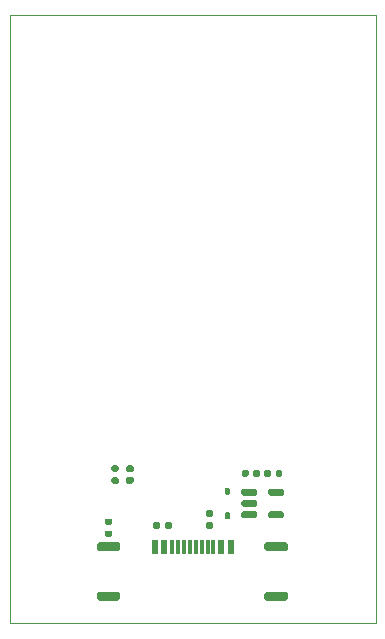
<source format=gtp>
G04 #@! TF.GenerationSoftware,KiCad,Pcbnew,8.0.5-8.0.5-0~ubuntu24.04.1*
G04 #@! TF.CreationDate,2024-09-24T16:48:19+02:00*
G04 #@! TF.ProjectId,ESP32-S2_S3-WROOM_flexypin,45535033-322d-4533-925f-53332d57524f,rev?*
G04 #@! TF.SameCoordinates,Original*
G04 #@! TF.FileFunction,Paste,Top*
G04 #@! TF.FilePolarity,Positive*
%FSLAX46Y46*%
G04 Gerber Fmt 4.6, Leading zero omitted, Abs format (unit mm)*
G04 Created by KiCad (PCBNEW 8.0.5-8.0.5-0~ubuntu24.04.1) date 2024-09-24 16:48:19*
%MOMM*%
%LPD*%
G01*
G04 APERTURE LIST*
%ADD10R,0.600000X1.240000*%
%ADD11R,0.300000X1.240000*%
G04 #@! TA.AperFunction,Profile*
%ADD12C,0.100000*%
G04 #@! TD*
G04 APERTURE END LIST*
G36*
G01*
X154140000Y-119070000D02*
X154140000Y-118730000D01*
G75*
G02*
X154280000Y-118590000I140000J0D01*
G01*
X154560000Y-118590000D01*
G75*
G02*
X154700000Y-118730000I0J-140000D01*
G01*
X154700000Y-119070000D01*
G75*
G02*
X154560000Y-119210000I-140000J0D01*
G01*
X154280000Y-119210000D01*
G75*
G02*
X154140000Y-119070000I0J140000D01*
G01*
G37*
G36*
G01*
X155100000Y-119070000D02*
X155100000Y-118730000D01*
G75*
G02*
X155240000Y-118590000I140000J0D01*
G01*
X155520000Y-118590000D01*
G75*
G02*
X155660000Y-118730000I0J-140000D01*
G01*
X155660000Y-119070000D01*
G75*
G02*
X155520000Y-119210000I-140000J0D01*
G01*
X155240000Y-119210000D01*
G75*
G02*
X155100000Y-119070000I0J140000D01*
G01*
G37*
G36*
G01*
X140765000Y-122720000D02*
X141135000Y-122720000D01*
G75*
G02*
X141270000Y-122855000I0J-135000D01*
G01*
X141270000Y-123125000D01*
G75*
G02*
X141135000Y-123260000I-135000J0D01*
G01*
X140765000Y-123260000D01*
G75*
G02*
X140630000Y-123125000I0J135000D01*
G01*
X140630000Y-122855000D01*
G75*
G02*
X140765000Y-122720000I135000J0D01*
G01*
G37*
G36*
G01*
X140765000Y-123740000D02*
X141135000Y-123740000D01*
G75*
G02*
X141270000Y-123875000I0J-135000D01*
G01*
X141270000Y-124145000D01*
G75*
G02*
X141135000Y-124280000I-135000J0D01*
G01*
X140765000Y-124280000D01*
G75*
G02*
X140630000Y-124145000I0J135000D01*
G01*
X140630000Y-123875000D01*
G75*
G02*
X140765000Y-123740000I135000J0D01*
G01*
G37*
G36*
G01*
X154350000Y-124700000D02*
X155950000Y-124700000D01*
G75*
G02*
X156150000Y-124900000I0J-200000D01*
G01*
X156150000Y-125300000D01*
G75*
G02*
X155950000Y-125500000I-200000J0D01*
G01*
X154350000Y-125500000D01*
G75*
G02*
X154150000Y-125300000I0J200000D01*
G01*
X154150000Y-124900000D01*
G75*
G02*
X154350000Y-124700000I200000J0D01*
G01*
G37*
G36*
G01*
X154350000Y-128900000D02*
X155950000Y-128900000D01*
G75*
G02*
X156150000Y-129100000I0J-200000D01*
G01*
X156150000Y-129500000D01*
G75*
G02*
X155950000Y-129700000I-200000J0D01*
G01*
X154350000Y-129700000D01*
G75*
G02*
X154150000Y-129500000I0J200000D01*
G01*
X154150000Y-129100000D01*
G75*
G02*
X154350000Y-128900000I200000J0D01*
G01*
G37*
G36*
G01*
X150887500Y-120100000D02*
X151112500Y-120100000D01*
G75*
G02*
X151225000Y-120212500I0J-112500D01*
G01*
X151225000Y-120587500D01*
G75*
G02*
X151112500Y-120700000I-112500J0D01*
G01*
X150887500Y-120700000D01*
G75*
G02*
X150775000Y-120587500I0J112500D01*
G01*
X150775000Y-120212500D01*
G75*
G02*
X150887500Y-120100000I112500J0D01*
G01*
G37*
G36*
G01*
X150887500Y-122200000D02*
X151112500Y-122200000D01*
G75*
G02*
X151225000Y-122312500I0J-112500D01*
G01*
X151225000Y-122687500D01*
G75*
G02*
X151112500Y-122800000I-112500J0D01*
G01*
X150887500Y-122800000D01*
G75*
G02*
X150775000Y-122687500I0J112500D01*
G01*
X150775000Y-122312500D01*
G75*
G02*
X150887500Y-122200000I112500J0D01*
G01*
G37*
G36*
G01*
X146290000Y-123115000D02*
X146290000Y-123485000D01*
G75*
G02*
X146155000Y-123620000I-135000J0D01*
G01*
X145885000Y-123620000D01*
G75*
G02*
X145750000Y-123485000I0J135000D01*
G01*
X145750000Y-123115000D01*
G75*
G02*
X145885000Y-122980000I135000J0D01*
G01*
X146155000Y-122980000D01*
G75*
G02*
X146290000Y-123115000I0J-135000D01*
G01*
G37*
G36*
G01*
X145270000Y-123115000D02*
X145270000Y-123485000D01*
G75*
G02*
X145135000Y-123620000I-135000J0D01*
G01*
X144865000Y-123620000D01*
G75*
G02*
X144730000Y-123485000I0J135000D01*
G01*
X144730000Y-123115000D01*
G75*
G02*
X144865000Y-122980000I135000J0D01*
G01*
X145135000Y-122980000D01*
G75*
G02*
X145270000Y-123115000I0J-135000D01*
G01*
G37*
D10*
X144882000Y-125100000D03*
X145682000Y-125100000D03*
D11*
X146832000Y-125100000D03*
X147832000Y-125100000D03*
X148332000Y-125100000D03*
X149332000Y-125100000D03*
D10*
X150482000Y-125100000D03*
X151282000Y-125100000D03*
X151282000Y-125100000D03*
X150482000Y-125100000D03*
D11*
X149832000Y-125100000D03*
X148832000Y-125100000D03*
X147332000Y-125100000D03*
X146332000Y-125100000D03*
D10*
X145682000Y-125100000D03*
X144882000Y-125100000D03*
G36*
G01*
X149685000Y-123580000D02*
X149315000Y-123580000D01*
G75*
G02*
X149180000Y-123445000I0J135000D01*
G01*
X149180000Y-123175000D01*
G75*
G02*
X149315000Y-123040000I135000J0D01*
G01*
X149685000Y-123040000D01*
G75*
G02*
X149820000Y-123175000I0J-135000D01*
G01*
X149820000Y-123445000D01*
G75*
G02*
X149685000Y-123580000I-135000J0D01*
G01*
G37*
G36*
G01*
X149685000Y-122560000D02*
X149315000Y-122560000D01*
G75*
G02*
X149180000Y-122425000I0J135000D01*
G01*
X149180000Y-122155000D01*
G75*
G02*
X149315000Y-122020000I135000J0D01*
G01*
X149685000Y-122020000D01*
G75*
G02*
X149820000Y-122155000I0J-135000D01*
G01*
X149820000Y-122425000D01*
G75*
G02*
X149685000Y-122560000I-135000J0D01*
G01*
G37*
G36*
G01*
X142922500Y-119780000D02*
X142577500Y-119780000D01*
G75*
G02*
X142430000Y-119632500I0J147500D01*
G01*
X142430000Y-119337500D01*
G75*
G02*
X142577500Y-119190000I147500J0D01*
G01*
X142922500Y-119190000D01*
G75*
G02*
X143070000Y-119337500I0J-147500D01*
G01*
X143070000Y-119632500D01*
G75*
G02*
X142922500Y-119780000I-147500J0D01*
G01*
G37*
G36*
G01*
X142922500Y-118810000D02*
X142577500Y-118810000D01*
G75*
G02*
X142430000Y-118662500I0J147500D01*
G01*
X142430000Y-118367500D01*
G75*
G02*
X142577500Y-118220000I147500J0D01*
G01*
X142922500Y-118220000D01*
G75*
G02*
X143070000Y-118367500I0J-147500D01*
G01*
X143070000Y-118662500D01*
G75*
G02*
X142922500Y-118810000I-147500J0D01*
G01*
G37*
G36*
G01*
X140150000Y-124700000D02*
X141750000Y-124700000D01*
G75*
G02*
X141950000Y-124900000I0J-200000D01*
G01*
X141950000Y-125300000D01*
G75*
G02*
X141750000Y-125500000I-200000J0D01*
G01*
X140150000Y-125500000D01*
G75*
G02*
X139950000Y-125300000I0J200000D01*
G01*
X139950000Y-124900000D01*
G75*
G02*
X140150000Y-124700000I200000J0D01*
G01*
G37*
G36*
G01*
X140150000Y-128900000D02*
X141750000Y-128900000D01*
G75*
G02*
X141950000Y-129100000I0J-200000D01*
G01*
X141950000Y-129500000D01*
G75*
G02*
X141750000Y-129700000I-200000J0D01*
G01*
X140150000Y-129700000D01*
G75*
G02*
X139950000Y-129500000I0J200000D01*
G01*
X139950000Y-129100000D01*
G75*
G02*
X140150000Y-128900000I200000J0D01*
G01*
G37*
G36*
G01*
X152200000Y-120650000D02*
X152200000Y-120350000D01*
G75*
G02*
X152350000Y-120200000I150000J0D01*
G01*
X153375000Y-120200000D01*
G75*
G02*
X153525000Y-120350000I0J-150000D01*
G01*
X153525000Y-120650000D01*
G75*
G02*
X153375000Y-120800000I-150000J0D01*
G01*
X152350000Y-120800000D01*
G75*
G02*
X152200000Y-120650000I0J150000D01*
G01*
G37*
G36*
G01*
X152200000Y-121600000D02*
X152200000Y-121300000D01*
G75*
G02*
X152350000Y-121150000I150000J0D01*
G01*
X153375000Y-121150000D01*
G75*
G02*
X153525000Y-121300000I0J-150000D01*
G01*
X153525000Y-121600000D01*
G75*
G02*
X153375000Y-121750000I-150000J0D01*
G01*
X152350000Y-121750000D01*
G75*
G02*
X152200000Y-121600000I0J150000D01*
G01*
G37*
G36*
G01*
X152200000Y-122550000D02*
X152200000Y-122250000D01*
G75*
G02*
X152350000Y-122100000I150000J0D01*
G01*
X153375000Y-122100000D01*
G75*
G02*
X153525000Y-122250000I0J-150000D01*
G01*
X153525000Y-122550000D01*
G75*
G02*
X153375000Y-122700000I-150000J0D01*
G01*
X152350000Y-122700000D01*
G75*
G02*
X152200000Y-122550000I0J150000D01*
G01*
G37*
G36*
G01*
X154475000Y-122550000D02*
X154475000Y-122250000D01*
G75*
G02*
X154625000Y-122100000I150000J0D01*
G01*
X155650000Y-122100000D01*
G75*
G02*
X155800000Y-122250000I0J-150000D01*
G01*
X155800000Y-122550000D01*
G75*
G02*
X155650000Y-122700000I-150000J0D01*
G01*
X154625000Y-122700000D01*
G75*
G02*
X154475000Y-122550000I0J150000D01*
G01*
G37*
G36*
G01*
X154475000Y-120650000D02*
X154475000Y-120350000D01*
G75*
G02*
X154625000Y-120200000I150000J0D01*
G01*
X155650000Y-120200000D01*
G75*
G02*
X155800000Y-120350000I0J-150000D01*
G01*
X155800000Y-120650000D01*
G75*
G02*
X155650000Y-120800000I-150000J0D01*
G01*
X154625000Y-120800000D01*
G75*
G02*
X154475000Y-120650000I0J150000D01*
G01*
G37*
G36*
G01*
X153760000Y-118730000D02*
X153760000Y-119070000D01*
G75*
G02*
X153620000Y-119210000I-140000J0D01*
G01*
X153340000Y-119210000D01*
G75*
G02*
X153200000Y-119070000I0J140000D01*
G01*
X153200000Y-118730000D01*
G75*
G02*
X153340000Y-118590000I140000J0D01*
G01*
X153620000Y-118590000D01*
G75*
G02*
X153760000Y-118730000I0J-140000D01*
G01*
G37*
G36*
G01*
X152800000Y-118730000D02*
X152800000Y-119070000D01*
G75*
G02*
X152660000Y-119210000I-140000J0D01*
G01*
X152380000Y-119210000D01*
G75*
G02*
X152240000Y-119070000I0J140000D01*
G01*
X152240000Y-118730000D01*
G75*
G02*
X152380000Y-118590000I140000J0D01*
G01*
X152660000Y-118590000D01*
G75*
G02*
X152800000Y-118730000I0J-140000D01*
G01*
G37*
G36*
G01*
X141315000Y-118220000D02*
X141685000Y-118220000D01*
G75*
G02*
X141820000Y-118355000I0J-135000D01*
G01*
X141820000Y-118625000D01*
G75*
G02*
X141685000Y-118760000I-135000J0D01*
G01*
X141315000Y-118760000D01*
G75*
G02*
X141180000Y-118625000I0J135000D01*
G01*
X141180000Y-118355000D01*
G75*
G02*
X141315000Y-118220000I135000J0D01*
G01*
G37*
G36*
G01*
X141315000Y-119240000D02*
X141685000Y-119240000D01*
G75*
G02*
X141820000Y-119375000I0J-135000D01*
G01*
X141820000Y-119645000D01*
G75*
G02*
X141685000Y-119780000I-135000J0D01*
G01*
X141315000Y-119780000D01*
G75*
G02*
X141180000Y-119645000I0J135000D01*
G01*
X141180000Y-119375000D01*
G75*
G02*
X141315000Y-119240000I135000J0D01*
G01*
G37*
D12*
X132588000Y-80100000D02*
X163576000Y-80100000D01*
X163576000Y-131580000D02*
X132588000Y-131580000D01*
X163576000Y-80100000D02*
X163576000Y-131580000D01*
X132588000Y-131580000D02*
X132588000Y-80100000D01*
M02*

</source>
